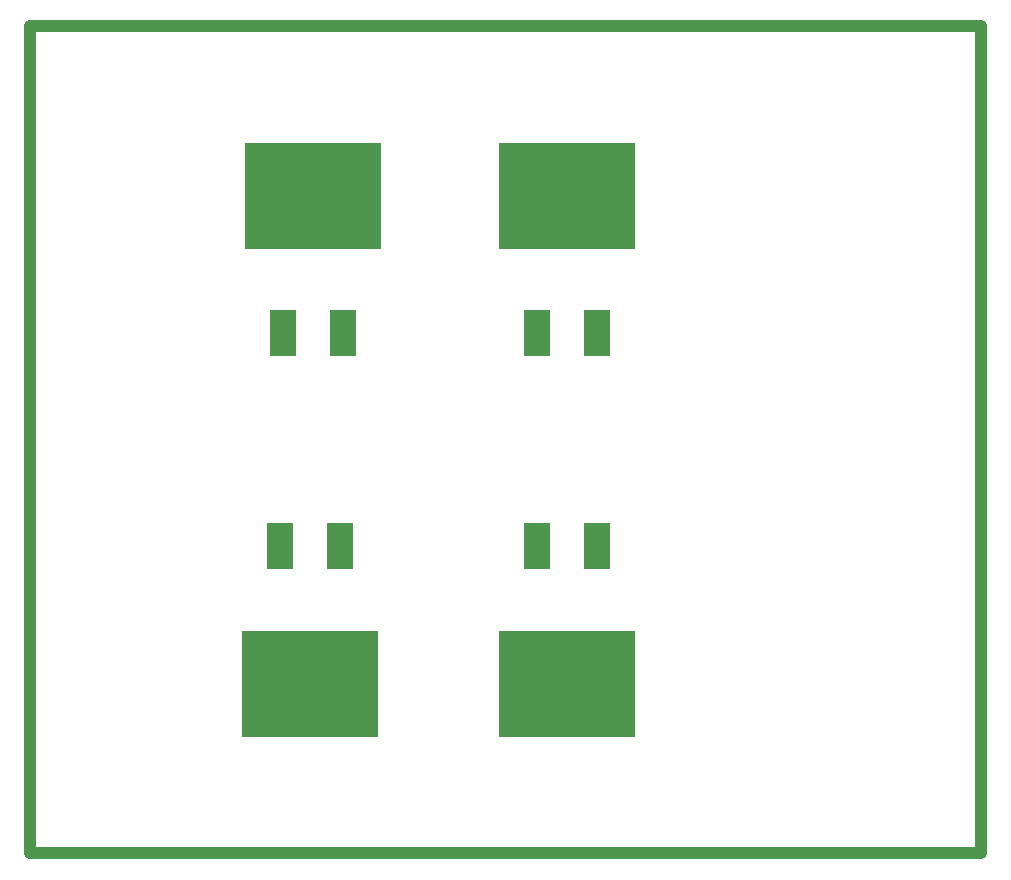
<source format=gbp>
G04*
G04 #@! TF.GenerationSoftware,Altium Limited,Altium Designer,20.0.12 (288)*
G04*
G04 Layer_Color=128*
%FSLAX44Y44*%
%MOMM*%
G71*
G01*
G75*
%ADD13C,1.0000*%
%ADD40R,11.6300X9.0900*%
%ADD41R,2.2800X4.0100*%
D13*
X0Y100000D02*
X805000D01*
X0Y800000D02*
X0Y100000D01*
X805000Y800000D02*
X805000Y100000D01*
X0Y800000D02*
X805000D01*
D40*
X454600Y656500D02*
D03*
Y243500D02*
D03*
X239600Y656500D02*
D03*
X237100Y243500D02*
D03*
D41*
X429200Y540000D02*
D03*
X480000D02*
D03*
X429200Y360000D02*
D03*
X480000D02*
D03*
X265000Y540000D02*
D03*
X214200D02*
D03*
X211700Y360000D02*
D03*
X262500D02*
D03*
M02*

</source>
